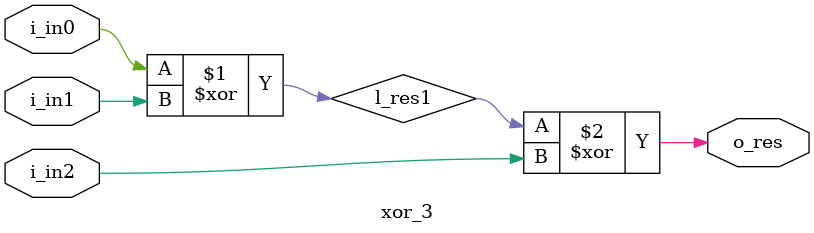
<source format=sv>
module xor_3 ( input  logic i_in0,
                            i_in1,
                            i_in2,
               output logic o_res );
               
	logic l_res1;
               
	assign l_res1 = i_in0 ^ i_in1;

	assign o_res = l_res1 ^ i_in2;

endmodule


               

</source>
